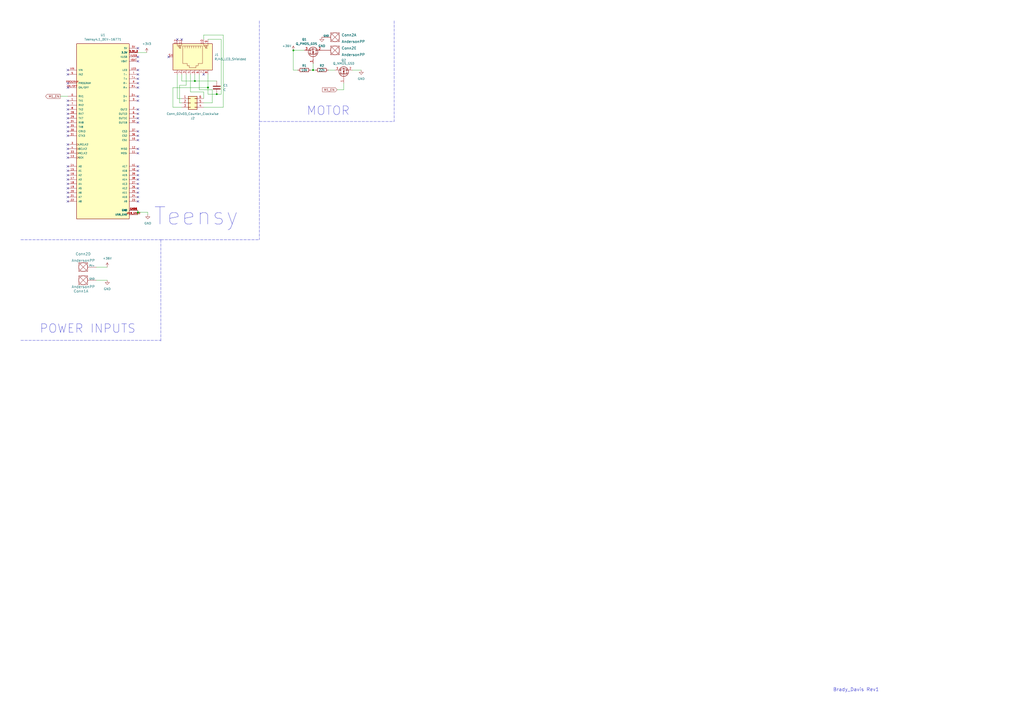
<source format=kicad_sch>
(kicad_sch (version 20211123) (generator eeschema)
  (paper "A2")
  (lib_symbols
    (symbol "Connector:RJ45_LED_Shielded" (pin_names (offset 1.016))
      (property "Reference" "J" (at -5.08 13.97 0))
      (property "Value" "RJ45_LED_Shielded" (at 1.27 13.97 0))
      (symbol "RJ45_LED_Shielded_0_1"
        (polyline (pts (xy -7.62 -7.62) (xy -6.35 -7.62)))
        (polyline (pts (xy -7.62 -5.08) (xy -6.35 -5.08)))
        (polyline (pts (xy -7.62 7.62) (xy -6.35 7.62)))
        (polyline (pts (xy -7.62 10.16) (xy -6.35 10.16)))
        (polyline (pts (xy -6.858 -5.842) (xy -5.842 -5.842)))
        (polyline (pts (xy -6.858 9.398) (xy -5.842 9.398)))
        (polyline (pts (xy -6.35 -7.62) (xy -6.35 -6.858)))
        (polyline (pts (xy -6.35 -5.08) (xy -6.35 -5.842)))
        (polyline (pts (xy -6.35 7.62) (xy -6.35 8.382)))
        (polyline (pts (xy -6.35 10.16) (xy -6.35 9.398)))
        (polyline (pts (xy -5.08 -6.223) (xy -5.207 -6.604)))
        (polyline (pts (xy -5.08 -5.588) (xy -5.207 -5.969)))
        (polyline (pts (xy -5.08 4.445) (xy -6.35 4.445)))
        (polyline (pts (xy -5.08 5.715) (xy -6.35 5.715)))
        (polyline (pts (xy -5.08 9.017) (xy -5.207 8.636)))
        (polyline (pts (xy -5.08 9.652) (xy -5.207 9.271)))
        (polyline (pts (xy -6.35 -3.175) (xy -5.08 -3.175) (xy -5.08 -3.175)))
        (polyline (pts (xy -6.35 -1.905) (xy -5.08 -1.905) (xy -5.08 -1.905)))
        (polyline (pts (xy -6.35 -0.635) (xy -5.08 -0.635) (xy -5.08 -0.635)))
        (polyline (pts (xy -6.35 0.635) (xy -5.08 0.635) (xy -5.08 0.635)))
        (polyline (pts (xy -6.35 1.905) (xy -5.08 1.905) (xy -5.08 1.905)))
        (polyline (pts (xy -5.588 -6.731) (xy -5.08 -6.223) (xy -5.461 -6.35)))
        (polyline (pts (xy -5.588 -6.096) (xy -5.08 -5.588) (xy -5.461 -5.715)))
        (polyline (pts (xy -5.588 8.509) (xy -5.08 9.017) (xy -5.461 8.89)))
        (polyline (pts (xy -5.588 9.144) (xy -5.08 9.652) (xy -5.461 9.525)))
        (polyline (pts (xy -5.08 3.175) (xy -6.35 3.175) (xy -6.35 3.175)))
        (polyline (pts (xy -6.35 -5.842) (xy -6.858 -6.858) (xy -5.842 -6.858) (xy -6.35 -5.842)))
        (polyline (pts (xy -6.35 9.398) (xy -6.858 8.382) (xy -5.842 8.382) (xy -6.35 9.398)))
        (polyline (pts (xy -6.35 -4.445) (xy -6.35 6.985) (xy 3.81 6.985) (xy 3.81 4.445) (xy 5.08 4.445) (xy 5.08 3.175) (xy 6.35 3.175) (xy 6.35 -0.635) (xy 5.08 -0.635) (xy 5.08 -1.905) (xy 3.81 -1.905) (xy 3.81 -4.445) (xy -6.35 -4.445) (xy -6.35 -4.445)))
        (rectangle (start 7.62 12.7) (end -7.62 -10.16) (stroke (width 0.254)) (fill (type background)))
      )
      (symbol "RJ45_LED_Shielded_1_1"
        (pin passive line (at 10.16 -7.62 180) (length 2.54) (name "~") (number "1"))
        (pin passive line (at -10.16 7.62 0) (length 2.54) (name "~") (number "10"))
        (pin passive line (at -10.16 -5.08 0) (length 2.54) (name "~") (number "11"))
        (pin passive line (at -10.16 -7.62 0) (length 2.54) (name "~") (number "12"))
        (pin passive line (at 10.16 -5.08 180) (length 2.54) (name "~") (number "2"))
        (pin passive line (at 10.16 -2.54 180) (length 2.54) (name "~") (number "3"))
        (pin passive line (at 10.16 0 180) (length 2.54) (name "~") (number "4"))
        (pin passive line (at 10.16 2.54 180) (length 2.54) (name "~") (number "5"))
        (pin passive line (at 10.16 5.08 180) (length 2.54) (name "~") (number "6"))
        (pin passive line (at 10.16 7.62 180) (length 2.54) (name "~") (number "7"))
        (pin passive line (at 10.16 10.16 180) (length 2.54) (name "~") (number "8"))
        (pin passive line (at -10.16 10.16 0) (length 2.54) (name "~") (number "9"))
        (pin passive line (at 0 -12.7 90) (length 2.54) (name "~") (number "SH"))
      )
    )
    (symbol "Connector_Generic:Conn_02x03_Counter_Clockwise" (pin_names (offset 1.016) hide)
      (property "Reference" "J" (at 1.27 5.08 0))
      (property "Value" "Conn_02x03_Counter_Clockwise" (at 1.27 -5.08 0))
      (symbol "Conn_02x03_Counter_Clockwise_1_1"
        (rectangle (start -1.27 -2.413) (end 0 -2.667) (stroke (width 0.1524)))
        (rectangle (start -1.27 0.127) (end 0 -0.127) (stroke (width 0.1524)))
        (rectangle (start -1.27 2.667) (end 0 2.413) (stroke (width 0.1524)))
        (rectangle (start -1.27 3.81) (end 3.81 -3.81) (stroke (width 0.254)) (fill (type background)))
        (rectangle (start 3.81 -2.413) (end 2.54 -2.667) (stroke (width 0.1524)))
        (rectangle (start 3.81 0.127) (end 2.54 -0.127) (stroke (width 0.1524)))
        (rectangle (start 3.81 2.667) (end 2.54 2.413) (stroke (width 0.1524)))
        (pin passive line (at -5.08 2.54 0) (length 3.81) (name "Pin_1") (number "1"))
        (pin passive line (at -5.08 0 0) (length 3.81) (name "Pin_2") (number "2"))
        (pin passive line (at -5.08 -2.54 0) (length 3.81) (name "Pin_3") (number "3"))
        (pin passive line (at 7.62 -2.54 180) (length 3.81) (name "Pin_4") (number "4"))
        (pin passive line (at 7.62 0 180) (length 3.81) (name "Pin_5") (number "5"))
        (pin passive line (at 7.62 2.54 180) (length 3.81) (name "Pin_6") (number "6"))
      )
    )
    (symbol "Device:C" (pin_numbers hide) (pin_names (offset 0.254))
      (property "Reference" "C" (at 0.635 2.54 0))
      (property "Value" "C" (at 0.635 -2.54 0))
      (symbol "C_0_1"
        (polyline (pts (xy -2.032 -0.762) (xy 2.032 -0.762)) (stroke (width 0.508)))
        (polyline (pts (xy -2.032 0.762) (xy 2.032 0.762)) (stroke (width 0.508)))
      )
      (symbol "C_1_1"
        (pin passive line (at 0 3.81 270) (length 2.794) (name "~") (number "1"))
        (pin passive line (at 0 -3.81 90) (length 2.794) (name "~") (number "2"))
      )
    )
    (symbol "Device:Q_NMOS_GSD" (pin_names (offset 0) hide)
      (property "Reference" "Q" (at 5.08 1.27 0))
      (property "Value" "Q_NMOS_GSD" (at 5.08 -1.27 0))
      (symbol "Q_NMOS_GSD_0_1"
        (polyline (pts (xy 0.254 0) (xy -2.54 0)))
        (polyline (pts (xy 0.254 1.905) (xy 0.254 -1.905)) (stroke (width 0.254)))
        (polyline (pts (xy 0.762 -1.27) (xy 0.762 -2.286)) (stroke (width 0.254)))
        (polyline (pts (xy 0.762 0.508) (xy 0.762 -0.508)) (stroke (width 0.254)))
        (polyline (pts (xy 0.762 2.286) (xy 0.762 1.27)) (stroke (width 0.254)))
        (polyline (pts (xy 2.54 2.54) (xy 2.54 1.778)))
        (polyline (pts (xy 2.54 -2.54) (xy 2.54 0) (xy 0.762 0)))
        (polyline (pts (xy 0.762 -1.778) (xy 3.302 -1.778) (xy 3.302 1.778) (xy 0.762 1.778)))
        (polyline (pts (xy 1.016 0) (xy 2.032 0.381) (xy 2.032 -0.381) (xy 1.016 0)) (fill (type outline)))
        (polyline (pts (xy 2.794 0.508) (xy 2.921 0.381) (xy 3.683 0.381) (xy 3.81 0.254)))
        (polyline (pts (xy 3.302 0.381) (xy 2.921 -0.254) (xy 3.683 -0.254) (xy 3.302 0.381)))
        (circle (center 1.651 0) (radius 2.794) (stroke (width 0.254)))
        (circle (center 2.54 -1.778) (radius 0.254) (fill (type outline)))
        (circle (center 2.54 1.778) (radius 0.254) (fill (type outline)))
      )
      (symbol "Q_NMOS_GSD_1_1"
        (pin input line (at -5.08 0 0) (length 2.54) (name "G") (number "1"))
        (pin passive line (at 2.54 -5.08 90) (length 2.54) (name "S") (number "2"))
        (pin passive line (at 2.54 5.08 270) (length 2.54) (name "D") (number "3"))
      )
    )
    (symbol "Device:Q_PMOS_GDS" (pin_names (offset 0) hide)
      (property "Reference" "Q" (at 5.08 1.27 0))
      (property "Value" "Q_PMOS_GDS" (at 5.08 -1.27 0))
      (symbol "Q_PMOS_GDS_0_1"
        (polyline (pts (xy 0.254 0) (xy -2.54 0)))
        (polyline (pts (xy 0.254 1.905) (xy 0.254 -1.905)) (stroke (width 0.254)))
        (polyline (pts (xy 0.762 -1.27) (xy 0.762 -2.286)) (stroke (width 0.254)))
        (polyline (pts (xy 0.762 0.508) (xy 0.762 -0.508)) (stroke (width 0.254)))
        (polyline (pts (xy 0.762 2.286) (xy 0.762 1.27)) (stroke (width 0.254)))
        (polyline (pts (xy 2.54 2.54) (xy 2.54 1.778)))
        (polyline (pts (xy 2.54 -2.54) (xy 2.54 0) (xy 0.762 0)))
        (polyline (pts (xy 0.762 1.778) (xy 3.302 1.778) (xy 3.302 -1.778) (xy 0.762 -1.778)))
        (polyline (pts (xy 2.286 0) (xy 1.27 0.381) (xy 1.27 -0.381) (xy 2.286 0)) (fill (type outline)))
        (polyline (pts (xy 2.794 -0.508) (xy 2.921 -0.381) (xy 3.683 -0.381) (xy 3.81 -0.254)))
        (polyline (pts (xy 3.302 -0.381) (xy 2.921 0.254) (xy 3.683 0.254) (xy 3.302 -0.381)))
        (circle (center 1.651 0) (radius 2.794) (stroke (width 0.254)))
        (circle (center 2.54 -1.778) (radius 0.254) (fill (type outline)))
        (circle (center 2.54 1.778) (radius 0.254) (fill (type outline)))
      )
      (symbol "Q_PMOS_GDS_1_1"
        (pin input line (at -5.08 0 0) (length 2.54) (name "G") (number "1"))
        (pin passive line (at 2.54 5.08 270) (length 2.54) (name "D") (number "2"))
        (pin passive line (at 2.54 -5.08 90) (length 2.54) (name "S") (number "3"))
      )
    )
    (symbol "Device:R" (pin_numbers hide) (pin_names (offset 0))
      (property "Reference" "R" (at 2.032 0 90))
      (property "Value" "R" (at 0 0 90))
      (symbol "R_0_1"
        (rectangle (start -1.016 -2.54) (end 1.016 2.54) (stroke (width 0.254)))
      )
      (symbol "R_1_1"
        (pin passive line (at 0 3.81 270) (length 1.27) (name "~") (number "1"))
        (pin passive line (at 0 -3.81 90) (length 1.27) (name "~") (number "2"))
      )
    )
    (symbol "MRDT_Connectors:AndersonPP" (pin_numbers hide) (pin_names (offset 0))
      (property "Reference" "Conn" (at 3.81 -1.27 0))
      (property "Value" "AndersonPP" (at 2.54 6.35 0))
      (symbol "AndersonPP_0_1"
        (polyline (pts (xy 0 5.08) (xy 5.08 0)))
        (polyline (pts (xy 5.08 5.08) (xy 0 0)))
        (rectangle (start 0 0) (end 5.08 5.08))
        (circle (center 2.54 2.54) (radius 2.54))
      )
      (symbol "AndersonPP_1_1"
        (pin input line (at 10.16 2.54 180) (length 5.08) (name "GND") (number "1"))
      )
      (symbol "AndersonPP_2_1"
        (pin input line (at 10.16 2.54 180) (length 5.08) (name "V+Log") (number "2"))
      )
      (symbol "AndersonPP_3_1"
        (pin input line (at 10.16 2.54 180) (length 5.08) (name "V+Act") (number "3"))
      )
      (symbol "AndersonPP_4_1"
        (pin input line (at 10.16 2.54 180) (length 5.08) (name "PV+") (number "4"))
      )
      (symbol "AndersonPP_5_1"
        (pin input line (at 10.16 2.54 180) (length 5.08) (name "~") (number "1"))
      )
    )
    (symbol "MRDT_Shields:Teensy4.1_DEV-16771" (pin_names (offset 1.016))
      (property "Reference" "U" (at -15.24 52.07 0))
      (property "Value" "Teensy4.1_DEV-16771" (at -15.24 -53.34 0))
      (symbol "Teensy4.1_DEV-16771_0_0"
        (rectangle (start -15.24 -50.8) (end 15.24 50.8) (stroke (width 0.254)) (fill (type background)))
        (pin bidirectional line (at -20.32 20.32 0) (length 5.08) (name "RX1") (number "0"))
        (pin bidirectional line (at -20.32 17.78 0) (length 5.08) (name "TX1") (number "1"))
        (pin bidirectional line (at 20.32 -5.08 180) (length 5.08) (name "CS1") (number "10"))
        (pin bidirectional line (at 20.32 -12.7 180) (length 5.08) (name "MOSI") (number "11"))
        (pin bidirectional line (at 20.32 -10.16 180) (length 5.08) (name "MISO") (number "12"))
        (pin bidirectional clock (at -20.32 -15.24 0) (length 5.08) (name "SCK") (number "13"))
        (pin bidirectional line (at -20.32 -20.32 0) (length 5.08) (name "A0") (number "14"))
        (pin bidirectional line (at -20.32 -22.86 0) (length 5.08) (name "A1") (number "15"))
        (pin bidirectional line (at -20.32 -25.4 0) (length 5.08) (name "A2") (number "16"))
        (pin bidirectional line (at -20.32 -27.94 0) (length 5.08) (name "A3") (number "17"))
        (pin bidirectional line (at -20.32 -30.48 0) (length 5.08) (name "A4") (number "18"))
        (pin bidirectional line (at -20.32 -33.02 0) (length 5.08) (name "A5") (number "19"))
        (pin output line (at 20.32 12.7 180) (length 5.08) (name "OUT2") (number "2"))
        (pin bidirectional line (at -20.32 -35.56 0) (length 5.08) (name "A6") (number "20"))
        (pin bidirectional line (at -20.32 -38.1 0) (length 5.08) (name "A7") (number "21"))
        (pin bidirectional line (at -20.32 -40.64 0) (length 5.08) (name "A8") (number "22"))
        (pin bidirectional line (at 20.32 -40.64 180) (length 5.08) (name "A9") (number "23"))
        (pin bidirectional line (at 20.32 -38.1 180) (length 5.08) (name "A10") (number "24"))
        (pin bidirectional line (at 20.32 -35.56 180) (length 5.08) (name "A11") (number "25"))
        (pin bidirectional line (at 20.32 -33.02 180) (length 5.08) (name "A12") (number "26"))
        (pin bidirectional line (at 20.32 -30.48 180) (length 5.08) (name "A13") (number "27"))
        (pin bidirectional line (at -20.32 10.16 0) (length 5.08) (name "RX7") (number "28"))
        (pin bidirectional line (at -20.32 7.62 0) (length 5.08) (name "TX7") (number "29"))
        (pin bidirectional clock (at -20.32 -7.62 0) (length 5.08) (name "LRCLK2") (number "3"))
        (pin power_in line (at 20.32 45.72 180) (length 5.08) (name "3.3V") (number "3.3V_1"))
        (pin power_in line (at 20.32 45.72 180) (length 5.08) (name "3.3V") (number "3.3V_2"))
        (pin power_in line (at 20.32 45.72 180) (length 5.08) (name "3.3V") (number "3.3V_3"))
        (pin bidirectional line (at -20.32 0 0) (length 5.08) (name "CRX3") (number "30"))
        (pin bidirectional line (at -20.32 -2.54 0) (length 5.08) (name "CTX3") (number "31"))
        (pin output line (at 20.32 5.08 180) (length 5.08) (name "OUT1B") (number "32"))
        (pin bidirectional clock (at -20.32 -12.7 0) (length 5.08) (name "MCLK2") (number "33"))
        (pin bidirectional line (at -20.32 5.08 0) (length 5.08) (name "RX8") (number "34"))
        (pin bidirectional line (at -20.32 2.54 0) (length 5.08) (name "TX8") (number "35"))
        (pin bidirectional line (at 20.32 -2.54 180) (length 5.08) (name "CS2") (number "36"))
        (pin bidirectional line (at 20.32 0 180) (length 5.08) (name "CS3") (number "37"))
        (pin bidirectional line (at 20.32 -27.94 180) (length 5.08) (name "A14") (number "38"))
        (pin bidirectional line (at 20.32 -25.4 180) (length 5.08) (name "A15") (number "39"))
        (pin bidirectional clock (at -20.32 -10.16 0) (length 5.08) (name "BCLK2") (number "4"))
        (pin bidirectional line (at 20.32 -22.86 180) (length 5.08) (name "A16") (number "40"))
        (pin bidirectional line (at 20.32 -20.32 180) (length 5.08) (name "A17") (number "41"))
        (pin bidirectional line (at -20.32 33.02 0) (length 5.08) (name "IN2") (number "5"))
        (pin power_in line (at 20.32 48.26 180) (length 5.08) (name "5V") (number "5V"))
        (pin output line (at 20.32 10.16 180) (length 5.08) (name "OUT1D") (number "6"))
        (pin bidirectional line (at -20.32 15.24 0) (length 5.08) (name "RX2") (number "7"))
        (pin bidirectional line (at -20.32 12.7 0) (length 5.08) (name "TX2") (number "8"))
        (pin output line (at 20.32 7.62 180) (length 5.08) (name "OUT1C") (number "9"))
        (pin bidirectional line (at 20.32 17.78 180) (length 5.08) (name "D-") (number "D"))
        (pin bidirectional line (at 20.32 20.32 180) (length 5.08) (name "D+") (number "D+"))
        (pin power_in line (at 20.32 -45.72 180) (length 5.08) (name "GND") (number "GND1"))
        (pin power_in line (at 20.32 -45.72 180) (length 5.08) (name "GND") (number "GND2"))
        (pin power_in line (at 20.32 -45.72 180) (length 5.08) (name "GND") (number "GND3"))
        (pin power_in line (at 20.32 -45.72 180) (length 5.08) (name "GND") (number "GND4"))
        (pin power_in line (at 20.32 -45.72 180) (length 5.08) (name "GND") (number "GND5"))
        (pin bidirectional line (at 20.32 35.56 180) (length 5.08) (name "LED") (number "LED"))
        (pin bidirectional line (at -20.32 25.4 0) (length 5.08) (name "ON/OFF") (number "ON/OFF"))
        (pin bidirectional line (at -20.32 27.94 0) (length 5.08) (name "PROGRAM") (number "PROGRAM"))
        (pin bidirectional line (at 20.32 27.94 180) (length 5.08) (name "R-") (number "R"))
        (pin bidirectional line (at 20.32 25.4 180) (length 5.08) (name "R+") (number "R+"))
        (pin bidirectional line (at 20.32 33.02 180) (length 5.08) (name "T-") (number "T"))
        (pin bidirectional line (at 20.32 30.48 180) (length 5.08) (name "T+") (number "T+"))
        (pin power_in line (at 20.32 -48.26 180) (length 5.08) (name "USB_GND") (number "USB_GND1"))
        (pin power_in line (at 20.32 -48.26 180) (length 5.08) (name "USB_GND") (number "USB_GND2"))
        (pin passive line (at 20.32 40.64 180) (length 5.08) (name "VBAT") (number "VBAT"))
        (pin input line (at -20.32 35.56 0) (length 5.08) (name "VIN") (number "VIN"))
        (pin passive line (at 20.32 43.18 180) (length 5.08) (name "VUSB") (number "VUSB"))
      )
    )
    (symbol "power:+36V" (power) (pin_names (offset 0))
      (property "Value" "+36V" (at 0 3.556 0))
      (symbol "+36V_0_1"
        (polyline (pts (xy -0.762 1.27) (xy 0 2.54)))
        (polyline (pts (xy 0 0) (xy 0 2.54)))
        (polyline (pts (xy 0 2.54) (xy 0.762 1.27)))
      )
      (symbol "+36V_1_1"
        (pin power_in line (at 0 0 90) (length 0) hide (name "+36V") (number "1"))
      )
    )
    (symbol "power:+3V3" (power) (pin_names (offset 0))
      (property "Value" "+3V3" (at 0 3.556 0))
      (symbol "+3V3_0_1"
        (polyline (pts (xy -0.762 1.27) (xy 0 2.54)))
        (polyline (pts (xy 0 0) (xy 0 2.54)))
        (polyline (pts (xy 0 2.54) (xy 0.762 1.27)))
      )
      (symbol "+3V3_1_1"
        (pin power_in line (at 0 0 90) (length 0) hide (name "+3V3") (number "1"))
      )
    )
    (symbol "power:GND" (power) (pin_names (offset 0))
      (property "Value" "GND" (at 0 -3.81 0))
      (symbol "GND_0_1"
        (polyline (pts (xy 0 0) (xy 0 -1.27) (xy 1.27 -1.27) (xy 0 -2.54) (xy -1.27 -1.27) (xy 0 -1.27)))
      )
      (symbol "GND_1_1"
        (pin power_in line (at 0 0 270) (length 0) hide (name "GND") (number "1"))
      )
    )
  )
  (junction (at 113.03 46.99))
  (junction (at 80.01 123.19))
  (junction (at 170.18 29.21))
  (junction (at 181.61 40.64))
  (junction (at 120.65 50.8))
  (junction (at 125.73 54.61))
  (no_connect (at 39.37 109.22))
  (no_connect (at 39.37 106.68))
  (no_connect (at 39.37 104.14))
  (no_connect (at 39.37 101.6))
  (no_connect (at 39.37 99.06))
  (no_connect (at 39.37 66.04))
  (no_connect (at 39.37 63.5))
  (no_connect (at 39.37 60.96))
  (no_connect (at 39.37 58.42))
  (no_connect (at 39.37 96.52))
  (no_connect (at 39.37 91.44))
  (no_connect (at 39.37 88.9))
  (no_connect (at 39.37 86.36))
  (no_connect (at 39.37 83.82))
  (no_connect (at 39.37 78.74))
  (no_connect (at 39.37 76.2))
  (no_connect (at 39.37 73.66))
  (no_connect (at 39.37 71.12))
  (no_connect (at 39.37 68.58))
  (no_connect (at 39.37 50.8))
  (no_connect (at 39.37 48.26))
  (no_connect (at 39.37 40.64))
  (no_connect (at 39.37 43.18))
  (no_connect (at 118.11 43.18))
  (no_connect (at 97.79 33.02))
  (no_connect (at 102.87 22.86))
  (no_connect (at 105.41 22.86))
  (no_connect (at 80.01 116.84))
  (no_connect (at 39.37 116.84))
  (no_connect (at 39.37 114.3))
  (no_connect (at 39.37 111.76))
  (no_connect (at 80.01 27.94))
  (no_connect (at 80.01 33.02))
  (no_connect (at 80.01 35.56))
  (no_connect (at 80.01 40.64))
  (no_connect (at 80.01 43.18))
  (no_connect (at 80.01 45.72))
  (no_connect (at 80.01 48.26))
  (no_connect (at 80.01 50.8))
  (no_connect (at 80.01 68.58))
  (no_connect (at 80.01 106.68))
  (no_connect (at 80.01 109.22))
  (no_connect (at 80.01 111.76))
  (no_connect (at 80.01 114.3))
  (no_connect (at 80.01 55.88))
  (no_connect (at 80.01 58.42))
  (no_connect (at 80.01 63.5))
  (no_connect (at 80.01 66.04))
  (no_connect (at 80.01 71.12))
  (no_connect (at 80.01 76.2))
  (no_connect (at 80.01 78.74))
  (no_connect (at 80.01 81.28))
  (no_connect (at 80.01 86.36))
  (no_connect (at 80.01 88.9))
  (no_connect (at 80.01 96.52))
  (no_connect (at 80.01 99.06))
  (no_connect (at 80.01 101.6))
  (no_connect (at 80.01 104.14))
  (wire (pts (xy 125.73 54.61) (xy 120.65 54.61)))
  (wire (pts (xy 120.65 50.8) (xy 120.65 43.18)))
  (wire (pts (xy 55.88 162.56) (xy 62.23 162.56)))
  (wire (pts (xy 170.18 29.21) (xy 176.53 29.21)))
  (wire (pts (xy 118.11 20.32) (xy 118.11 22.86)))
  (wire (pts (xy 129.54 62.23) (xy 129.54 20.32)))
  (wire (pts (xy 80.01 121.92) (xy 80.01 123.19)))
  (polyline (pts (xy 12.065 197.485) (xy 93.345 197.485)))
  (wire (pts (xy 110.49 43.18) (xy 110.49 53.34)))
  (wire (pts (xy 105.41 59.69) (xy 104.14 59.69)))
  (wire (pts (xy 118.11 57.15) (xy 118.11 53.34)))
  (polyline (pts (xy 150.495 12.065) (xy 150.495 139.065)))
  (wire (pts (xy 123.19 52.07) (xy 115.57 52.07)))
  (wire (pts (xy 100.33 62.23) (xy 100.33 50.8)))
  (polyline (pts (xy 228.6 12.065) (xy 228.6 70.485)))
  (wire (pts (xy 120.65 22.86) (xy 128.27 22.86)))
  (wire (pts (xy 199.39 52.07) (xy 195.58 52.07)))
  (wire (pts (xy 118.11 53.34) (xy 110.49 53.34)))
  (wire (pts (xy 104.14 49.53) (xy 107.95 49.53)))
  (wire (pts (xy 104.14 59.69) (xy 104.14 49.53)))
  (wire (pts (xy 120.65 54.61) (xy 120.65 50.8)))
  (wire (pts (xy 113.03 46.99) (xy 113.03 43.18)))
  (wire (pts (xy 102.87 57.15) (xy 102.87 43.18)))
  (wire (pts (xy 105.41 46.99) (xy 113.03 46.99)))
  (polyline (pts (xy 150.495 70.485) (xy 228.6 70.485)))
  (wire (pts (xy 118.11 62.23) (xy 129.54 62.23)))
  (wire (pts (xy 115.57 52.07) (xy 115.57 43.18)))
  (wire (pts (xy 85.725 123.19) (xy 85.725 124.46)))
  (wire (pts (xy 123.19 59.69) (xy 123.19 52.07)))
  (wire (pts (xy 118.11 59.69) (xy 123.19 59.69)))
  (wire (pts (xy 170.18 40.64) (xy 172.72 40.64)))
  (wire (pts (xy 105.41 62.23) (xy 100.33 62.23)))
  (wire (pts (xy 34.925 55.88) (xy 39.37 55.88)))
  (polyline (pts (xy 93.345 139.065) (xy 150.495 139.065)))
  (wire (pts (xy 180.34 40.64) (xy 181.61 40.64)))
  (wire (pts (xy 181.61 40.64) (xy 182.88 40.64)))
  (wire (pts (xy 128.27 54.61) (xy 125.73 54.61)))
  (wire (pts (xy 107.95 49.53) (xy 107.95 43.18)))
  (wire (pts (xy 204.47 40.64) (xy 209.55 40.64)))
  (wire (pts (xy 128.27 22.86) (xy 128.27 54.61)))
  (wire (pts (xy 80.01 123.19) (xy 80.01 124.46)))
  (wire (pts (xy 105.41 43.18) (xy 105.41 46.99)))
  (wire (pts (xy 170.18 29.21) (xy 170.18 40.64)))
  (wire (pts (xy 190.5 40.64) (xy 194.31 40.64)))
  (polyline (pts (xy 12.065 139.065) (xy 93.345 139.065)))
  (wire (pts (xy 80.01 30.48) (xy 85.09 30.48)))
  (wire (pts (xy 181.61 36.83) (xy 181.61 40.64)))
  (wire (pts (xy 113.03 46.99) (xy 125.73 46.99)))
  (polyline (pts (xy 93.345 139.065) (xy 93.345 198.12)))
  (wire (pts (xy 129.54 20.32) (xy 118.11 20.32)))
  (wire (pts (xy 100.33 50.8) (xy 120.65 50.8)))
  (wire (pts (xy 55.88 154.94) (xy 62.23 154.94)))
  (wire (pts (xy 199.39 48.26) (xy 199.39 52.07)))
  (wire (pts (xy 80.01 123.19) (xy 85.725 123.19)))
  (wire (pts (xy 105.41 57.15) (xy 102.87 57.15)))
  (text "Teensy" (at 88.9 131.445 0) (effects (font (size 10 10)) (justify left bottom)))
  (text "MOTOR" (at 177.8 67.31 0) (effects (font (size 5 5)) (justify left bottom)))
  (text "Brady_Davis Rev1" (at 483.235 401.32 0) (effects (font (size 2 2)) (justify left bottom)))
  (text "POWER INPUTS" (at 22.86 193.675 0) (effects (font (size 5 5)) (justify left bottom)))
  (global_label "M1_EN" (shape input) (at 195.58 52.07 180) (property "Intersheet References" "${INTERSHEET_REFS}" (effects hide)))
  (global_label "M1_EN" (shape output) (at 34.925 55.88 180) (property "Intersheet References" "${INTERSHEET_REFS}" (effects hide)))
  (symbol (lib_id "Device:Q_PMOS_GDS") (at 181.61 31.75 270) (mirror x) (unit 1)
    (property "Reference" "Q1" (at 176.53 22.86 90))
    (property "Value" "Q_PMOS_GDS" (at 177.8 25.4 90))
  )
  (symbol (lib_id "power:+36V") (at 62.23 154.94 0) (unit 1)
    (property "Reference" "#PWR01" (effects hide))
    (property "Value" "+36V" (at 62.23 149.86 0))
  )
  (symbol (lib_id "power:GND") (at 209.55 40.64 0) (unit 1)
    (property "Reference" "#PWR07" (effects hide))
    (property "Value" "GND" (at 209.55 45.72 0))
  )
  (symbol (lib_id "MRDT_Connectors:AndersonPP") (at 45.72 157.48 0) (unit 4)
    (property "Reference" "Conn2" (at 48.26 147.32 0) (effects (font (size 1.524 1.524))))
    (property "Value" "AndersonPP" (at 48.26 151.13 0) (effects (font (size 1.524 1.524))))
  )
  (symbol (lib_id "Device:R") (at 186.69 40.64 90) (unit 1)
    (property "Reference" "R2" (at 186.69 38.1 90))
    (property "Value" "22k" (at 186.69 40.64 90))
  )
  (symbol (lib_id "MRDT_Shields:Teensy4.1_DEV-16771") (at 59.69 76.2 0) (unit 1)
    (property "Reference" "U1" (at 59.69 20.32 0))
    (property "Value" "Teensy4.1_DEV-16771" (at 59.69 22.86 0))
    (property "Footprint" "MODULE_DEV-16771" (effects hide))
    (property "STANDARD" "Manufacturer recommendations" (effects hide))
    (property "MAXIMUM_PACKAGE_HEIGHT" "4.07mm" (effects hide))
    (property "MANUFACTURER" "SparkFun Electronics" (effects hide))
    (property "PARTREV" "4.1" (effects hide))
  )
  (symbol (lib_id "power:+3V3") (at 85.09 30.48 0) (unit 1)
    (property "Reference" "#PWR03" (effects hide))
    (property "Value" "+3V3" (at 85.09 25.4 0))
  )
  (symbol (lib_id "MRDT_Connectors:AndersonPP") (at 45.72 165.1 0) (unit 1)
    (property "Reference" "Conn1" (at 46.99 168.91 0) (effects (font (size 1.524 1.524))))
    (property "Value" "AndersonPP" (at 48.26 166.37 0) (effects (font (size 1.524 1.524))))
  )
  (symbol (lib_id "power:GND") (at 186.69 21.59 0) (unit 1)
    (property "Reference" "#PWR06" (effects hide))
    (property "Value" "GND" (at 186.69 26.67 0))
  )
  (symbol (lib_id "Device:Q_NMOS_GSD") (at 199.39 43.18 90) (unit 1)
    (property "Reference" "Q2" (at 199.39 34.925 90))
    (property "Value" "Q_NMOS_GSD" (at 199.39 36.83 90))
  )
  (symbol (lib_id "Device:R") (at 176.53 40.64 90) (unit 1)
    (property "Reference" "R1" (at 176.53 38.1 90))
    (property "Value" "10k" (at 176.53 40.64 90))
  )
  (symbol (lib_id "power:+36V") (at 170.18 29.21 0) (unit 1)
    (property "Reference" "#PWR05" (effects hide))
    (property "Value" "+36V" (at 166.37 26.67 0))
  )
  (symbol (lib_id "Connector:RJ45_LED_Shielded") (at 110.49 33.02 270) (unit 1)
    (property "Reference" "J1" (at 124.46 31.7499 90) (effects (justify left)))
    (property "Value" "RJ45_LED_Shielded" (at 124.46 34.2899 90) (effects (justify left)))
  )
  (symbol (lib_id "Connector_Generic:Conn_02x03_Counter_Clockwise") (at 110.49 59.69 0) (unit 1)
    (property "Reference" "J2" (at 111.76 68.58 0))
    (property "Value" "Conn_02x03_Counter_Clockwise" (at 111.76 66.04 0))
  )
  (symbol (lib_id "power:GND") (at 85.725 124.46 0) (unit 1)
    (property "Reference" "#PWR04" (effects hide))
    (property "Value" "GND" (at 85.725 129.54 0))
  )
  (symbol (lib_id "MRDT_Connectors:AndersonPP") (at 196.85 26.67 180) (unit 5)
    (property "Reference" "Conn2" (at 198.12 27.94 0) (effects (font (size 1.524 1.524)) (justify right)))
    (property "Value" "AndersonPP" (at 198.12 31.75 0) (effects (font (size 1.524 1.524)) (justify right)))
  )
  (symbol (lib_id "MRDT_Connectors:AndersonPP") (at 196.85 19.05 180) (unit 1)
    (property "Reference" "Conn2" (at 198.12 20.32 0) (effects (font (size 1.524 1.524)) (justify right)))
    (property "Value" "AndersonPP" (at 198.12 24.13 0) (effects (font (size 1.524 1.524)) (justify right)))
  )
  (symbol (lib_id "power:GND") (at 62.23 162.56 0) (unit 1)
    (property "Reference" "#PWR02" (effects hide))
    (property "Value" "GND" (at 62.23 167.64 0))
  )
  (symbol (lib_id "Device:C") (at 125.73 50.8 0) (unit 1)
    (property "Reference" "C1" (at 129.54 49.5299 0) (effects (justify left)))
    (property "Value" "C" (at 129.54 52.0699 0) (effects (justify left)))
  )
)
</source>
